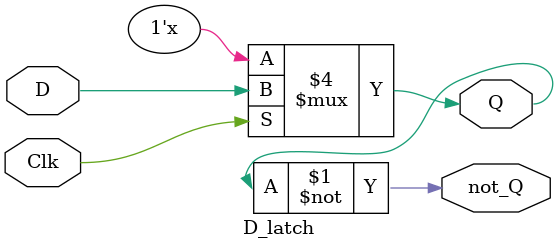
<source format=v>
module D_latch (D, Clk, Q, not_Q);
input D, Clk;
output not_Q;
output reg Q;

assign not_Q = ~(Q);

always @ (D, Clk) begin
	if (Clk)
		Q = D;
end
endmodule
</source>
